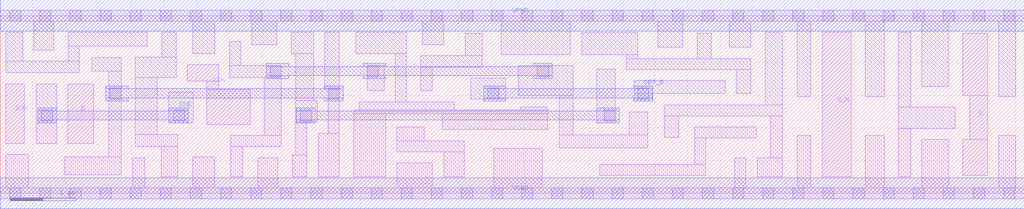
<source format=lef>
# Copyright 2020 The SkyWater PDK Authors
#
# Licensed under the Apache License, Version 2.0 (the "License");
# you may not use this file except in compliance with the License.
# You may obtain a copy of the License at
#
#     https://www.apache.org/licenses/LICENSE-2.0
#
# Unless required by applicable law or agreed to in writing, software
# distributed under the License is distributed on an "AS IS" BASIS,
# WITHOUT WARRANTIES OR CONDITIONS OF ANY KIND, either express or implied.
# See the License for the specific language governing permissions and
# limitations under the License.
#
# SPDX-License-Identifier: Apache-2.0

VERSION 5.7 ;
  NAMESCASESENSITIVE ON ;
  NOWIREEXTENSIONATPIN ON ;
  DIVIDERCHAR "/" ;
  BUSBITCHARS "[]" ;
UNITS
  DATABASE MICRONS 200 ;
END UNITS
PROPERTYDEFINITIONS
  MACRO maskLayoutSubType STRING ;
  MACRO prCellType STRING ;
  MACRO originalViewName STRING ;
END PROPERTYDEFINITIONS
MACRO sky130_fd_sc_hdll__sdfsbp_2
  CLASS CORE ;
  FOREIGN sky130_fd_sc_hdll__sdfsbp_2 ;
  ORIGIN  0.000000  0.000000 ;
  SIZE  15.64000 BY  2.720000 ;
  SYMMETRY X Y R90 ;
  SITE unithd ;
  PIN CLK
    ANTENNAGATEAREA  0.178200 ;
    DIRECTION INPUT ;
    USE SIGNAL ;
    PORT
      LAYER li1 ;
        RECT 2.855000 1.720000 3.335000 1.970000 ;
        RECT 3.155000 1.055000 3.815000 1.590000 ;
        RECT 3.155000 1.590000 3.335000 1.720000 ;
    END
  END CLK
  PIN D
    ANTENNAGATEAREA  0.178200 ;
    DIRECTION INPUT ;
    USE SIGNAL ;
    PORT
      LAYER li1 ;
        RECT 1.030000 0.765000 1.425000 1.675000 ;
    END
  END D
  PIN Q
    ANTENNADIFFAREA  0.498000 ;
    DIRECTION OUTPUT ;
    USE SIGNAL ;
    PORT
      LAYER li1 ;
        RECT 14.700000 0.275000 15.080000 0.825000 ;
        RECT 14.700000 1.495000 15.080000 2.450000 ;
        RECT 14.805000 0.825000 15.080000 1.495000 ;
    END
  END Q
  PIN Q_N
    ANTENNADIFFAREA  0.498000 ;
    DIRECTION OUTPUT ;
    USE SIGNAL ;
    PORT
      LAYER li1 ;
        RECT 12.555000 0.255000 13.000000 2.465000 ;
    END
  END Q_N
  PIN SCD
    ANTENNAGATEAREA  0.178200 ;
    DIRECTION INPUT ;
    USE SIGNAL ;
    PORT
      LAYER li1 ;
        RECT 0.085000 0.765000 0.365000 1.675000 ;
    END
  END SCD
  PIN SCE
    ANTENNAGATEAREA  0.356400 ;
    DIRECTION INPUT ;
    USE SIGNAL ;
    PORT
      LAYER met1 ;
        RECT 0.570000 1.075000 0.860000 1.120000 ;
        RECT 0.570000 1.120000 2.875000 1.260000 ;
        RECT 0.570000 1.260000 0.860000 1.305000 ;
        RECT 2.585000 1.075000 2.875000 1.120000 ;
        RECT 2.585000 1.260000 2.875000 1.305000 ;
    END
  END SCE
  PIN SET_B
    ANTENNAGATEAREA  0.277200 ;
    DIRECTION INPUT ;
    USE SIGNAL ;
    PORT
      LAYER met1 ;
        RECT 7.385000 1.415000 7.725000 1.460000 ;
        RECT 7.385000 1.460000 9.965000 1.600000 ;
        RECT 7.385000 1.600000 7.725000 1.645000 ;
        RECT 9.675000 1.415000 9.965000 1.460000 ;
        RECT 9.675000 1.600000 9.965000 1.645000 ;
    END
  END SET_B
  PIN VGND
    DIRECTION INOUT ;
    USE GROUND ;
    PORT
      LAYER met1 ;
        RECT 0.000000 -0.240000 15.640000 0.240000 ;
    END
  END VGND
  PIN VPWR
    DIRECTION INOUT ;
    USE POWER ;
    PORT
      LAYER met1 ;
        RECT 0.000000 2.480000 15.640000 2.960000 ;
    END
  END VPWR
  OBS
    LAYER li1 ;
      RECT  0.000000 -0.085000 15.640000 0.085000 ;
      RECT  0.000000  2.635000 15.640000 2.805000 ;
      RECT  0.085000  0.085000  0.430000 0.595000 ;
      RECT  0.085000  1.845000  1.205000 2.025000 ;
      RECT  0.085000  2.025000  0.345000 2.465000 ;
      RECT  0.515000  2.195000  0.815000 2.635000 ;
      RECT  0.550000  0.765000  0.860000 1.675000 ;
      RECT  0.975000  0.280000  1.845000 0.560000 ;
      RECT  1.035000  2.025000  1.205000 2.255000 ;
      RECT  1.035000  2.255000  2.245000 2.465000 ;
      RECT  1.395000  1.870000  1.845000 2.075000 ;
      RECT  1.655000  0.560000  1.845000 1.870000 ;
      RECT  2.025000  0.085000  2.205000 0.545000 ;
      RECT  2.065000  0.715000  2.715000 0.905000 ;
      RECT  2.065000  0.905000  2.400000 1.770000 ;
      RECT  2.065000  1.770000  2.685000 2.085000 ;
      RECT  2.460000  0.255000  2.715000 0.715000 ;
      RECT  2.470000  2.085000  2.685000 2.465000 ;
      RECT  2.570000  1.075000  2.950000 1.550000 ;
      RECT  2.940000  0.085000  3.280000 0.555000 ;
      RECT  2.940000  2.140000  3.280000 2.635000 ;
      RECT  3.505000  1.775000  4.295000 1.955000 ;
      RECT  3.505000  1.955000  3.675000 2.325000 ;
      RECT  3.520000  0.255000  3.705000 0.715000 ;
      RECT  3.520000  0.715000  4.295000 0.885000 ;
      RECT  3.845000  2.275000  4.225000 2.635000 ;
      RECT  3.930000  0.085000  4.240000 0.545000 ;
      RECT  4.035000  0.885000  4.295000 1.775000 ;
      RECT  4.445000  2.135000  4.790000 2.465000 ;
      RECT  4.460000  0.255000  4.685000 0.585000 ;
      RECT  4.515000  0.585000  4.685000 1.090000 ;
      RECT  4.515000  1.090000  4.840000 1.420000 ;
      RECT  4.515000  1.420000  4.790000 2.135000 ;
      RECT  4.855000  0.255000  5.180000 0.920000 ;
      RECT  4.960000  1.590000  5.180000 2.465000 ;
      RECT  5.010000  0.920000  5.180000 1.590000 ;
      RECT  5.400000  0.255000  5.890000 1.225000 ;
      RECT  5.400000  1.225000  8.360000 1.275000 ;
      RECT  5.430000  2.135000  6.205000 2.465000 ;
      RECT  5.485000  1.275000  6.935000 1.395000 ;
      RECT  5.605000  1.575000  5.865000 1.955000 ;
      RECT  6.035000  1.395000  6.205000 2.135000 ;
      RECT  6.060000  0.085000  6.595000 0.465000 ;
      RECT  6.060000  0.635000  7.085000 0.805000 ;
      RECT  6.060000  0.805000  6.475000 1.015000 ;
      RECT  6.425000  1.575000  6.595000 1.935000 ;
      RECT  6.425000  1.935000  7.365000 2.105000 ;
      RECT  6.445000  2.275000  6.775000 2.635000 ;
      RECT  6.750000  0.975000  8.360000 1.225000 ;
      RECT  6.775000  0.255000  7.085000 0.635000 ;
      RECT  7.100000  2.105000  7.365000 2.450000 ;
      RECT  7.190000  1.445000  7.725000 1.765000 ;
      RECT  7.540000  0.085000  8.275000 0.690000 ;
      RECT  7.655000  2.125000  8.710000 2.635000 ;
      RECT  7.910000  1.495000  8.755000 1.955000 ;
      RECT  7.950000  1.275000  8.360000 1.325000 ;
      RECT  8.535000  0.695000  9.890000 0.895000 ;
      RECT  8.535000  0.895000  8.755000 1.495000 ;
      RECT  8.880000  2.125000  9.735000 2.460000 ;
      RECT  9.115000  1.075000  9.395000 1.905000 ;
      RECT  9.160000  0.275000 10.775000 0.445000 ;
      RECT  9.565000  1.895000 11.465000 2.065000 ;
      RECT  9.565000  2.065000  9.735000 2.125000 ;
      RECT  9.610000  0.895000  9.890000 1.245000 ;
      RECT  9.685000  1.415000  9.960000 1.525000 ;
      RECT  9.685000  1.525000 11.075000 1.725000 ;
      RECT 10.045000  2.235000 10.425000 2.635000 ;
      RECT 10.140000  0.855000 10.365000 1.185000 ;
      RECT 10.140000  1.185000 11.945000 1.355000 ;
      RECT 10.605000  0.445000 10.775000 0.845000 ;
      RECT 10.605000  0.845000 11.545000 1.015000 ;
      RECT 10.645000  2.065000 10.860000 2.450000 ;
      RECT 11.135000  2.235000 11.465000 2.635000 ;
      RECT 11.220000  0.085000 11.390000 0.545000 ;
      RECT 11.245000  1.525000 11.465000 1.895000 ;
      RECT 11.560000  0.255000 11.945000 0.540000 ;
      RECT 11.685000  1.355000 11.945000 2.465000 ;
      RECT 11.765000  0.540000 11.945000 1.185000 ;
      RECT 12.170000  0.085000 12.380000 0.885000 ;
      RECT 12.170000  1.485000 12.380000 2.635000 ;
      RECT 13.215000  0.085000 13.505000 0.885000 ;
      RECT 13.215000  1.485000 13.505000 2.635000 ;
      RECT 13.720000  0.255000 13.905000 0.995000 ;
      RECT 13.720000  0.995000 14.585000 1.325000 ;
      RECT 13.720000  1.325000 13.905000 2.465000 ;
      RECT 14.075000  0.085000 14.480000 0.825000 ;
      RECT 14.075000  1.635000 14.480000 2.635000 ;
      RECT 15.250000  0.085000 15.515000 0.885000 ;
      RECT 15.250000  1.485000 15.515000 2.635000 ;
    LAYER mcon ;
      RECT  0.145000 -0.085000  0.315000 0.085000 ;
      RECT  0.145000  2.635000  0.315000 2.805000 ;
      RECT  0.605000 -0.085000  0.775000 0.085000 ;
      RECT  0.605000  2.635000  0.775000 2.805000 ;
      RECT  0.630000  1.105000  0.800000 1.275000 ;
      RECT  1.065000 -0.085000  1.235000 0.085000 ;
      RECT  1.065000  2.635000  1.235000 2.805000 ;
      RECT  1.525000 -0.085000  1.695000 0.085000 ;
      RECT  1.525000  2.635000  1.695000 2.805000 ;
      RECT  1.675000  1.445000  1.845000 1.615000 ;
      RECT  1.985000 -0.085000  2.155000 0.085000 ;
      RECT  1.985000  2.635000  2.155000 2.805000 ;
      RECT  2.445000 -0.085000  2.615000 0.085000 ;
      RECT  2.445000  2.635000  2.615000 2.805000 ;
      RECT  2.645000  1.105000  2.815000 1.275000 ;
      RECT  2.905000 -0.085000  3.075000 0.085000 ;
      RECT  2.905000  2.635000  3.075000 2.805000 ;
      RECT  3.365000 -0.085000  3.535000 0.085000 ;
      RECT  3.365000  2.635000  3.535000 2.805000 ;
      RECT  3.825000 -0.085000  3.995000 0.085000 ;
      RECT  3.825000  2.635000  3.995000 2.805000 ;
      RECT  4.125000  1.785000  4.295000 1.955000 ;
      RECT  4.285000 -0.085000  4.455000 0.085000 ;
      RECT  4.285000  2.635000  4.455000 2.805000 ;
      RECT  4.585000  1.105000  4.755000 1.275000 ;
      RECT  4.745000 -0.085000  4.915000 0.085000 ;
      RECT  4.745000  2.635000  4.915000 2.805000 ;
      RECT  5.010000  1.445000  5.180000 1.615000 ;
      RECT  5.205000 -0.085000  5.375000 0.085000 ;
      RECT  5.205000  2.635000  5.375000 2.805000 ;
      RECT  5.605000  1.785000  5.775000 1.955000 ;
      RECT  5.665000 -0.085000  5.835000 0.085000 ;
      RECT  5.665000  2.635000  5.835000 2.805000 ;
      RECT  6.125000 -0.085000  6.295000 0.085000 ;
      RECT  6.125000  2.635000  6.295000 2.805000 ;
      RECT  6.585000 -0.085000  6.755000 0.085000 ;
      RECT  6.585000  2.635000  6.755000 2.805000 ;
      RECT  7.045000 -0.085000  7.215000 0.085000 ;
      RECT  7.045000  2.635000  7.215000 2.805000 ;
      RECT  7.445000  1.445000  7.615000 1.615000 ;
      RECT  7.505000 -0.085000  7.675000 0.085000 ;
      RECT  7.505000  2.635000  7.675000 2.805000 ;
      RECT  7.965000 -0.085000  8.135000 0.085000 ;
      RECT  7.965000  2.635000  8.135000 2.805000 ;
      RECT  8.205000  1.785000  8.375000 1.955000 ;
      RECT  8.425000 -0.085000  8.595000 0.085000 ;
      RECT  8.425000  2.635000  8.595000 2.805000 ;
      RECT  8.885000 -0.085000  9.055000 0.085000 ;
      RECT  8.885000  2.635000  9.055000 2.805000 ;
      RECT  9.225000  1.105000  9.395000 1.275000 ;
      RECT  9.345000 -0.085000  9.515000 0.085000 ;
      RECT  9.345000  2.635000  9.515000 2.805000 ;
      RECT  9.735000  1.445000  9.905000 1.615000 ;
      RECT  9.805000 -0.085000  9.975000 0.085000 ;
      RECT  9.805000  2.635000  9.975000 2.805000 ;
      RECT 10.265000 -0.085000 10.435000 0.085000 ;
      RECT 10.265000  2.635000 10.435000 2.805000 ;
      RECT 10.725000 -0.085000 10.895000 0.085000 ;
      RECT 10.725000  2.635000 10.895000 2.805000 ;
      RECT 11.185000 -0.085000 11.355000 0.085000 ;
      RECT 11.185000  2.635000 11.355000 2.805000 ;
      RECT 11.645000 -0.085000 11.815000 0.085000 ;
      RECT 11.645000  2.635000 11.815000 2.805000 ;
      RECT 12.105000 -0.085000 12.275000 0.085000 ;
      RECT 12.105000  2.635000 12.275000 2.805000 ;
      RECT 12.565000 -0.085000 12.735000 0.085000 ;
      RECT 12.565000  2.635000 12.735000 2.805000 ;
      RECT 13.025000 -0.085000 13.195000 0.085000 ;
      RECT 13.025000  2.635000 13.195000 2.805000 ;
      RECT 13.485000 -0.085000 13.655000 0.085000 ;
      RECT 13.485000  2.635000 13.655000 2.805000 ;
      RECT 13.945000 -0.085000 14.115000 0.085000 ;
      RECT 13.945000  2.635000 14.115000 2.805000 ;
      RECT 14.405000 -0.085000 14.575000 0.085000 ;
      RECT 14.405000  2.635000 14.575000 2.805000 ;
      RECT 14.865000 -0.085000 15.035000 0.085000 ;
      RECT 14.865000  2.635000 15.035000 2.805000 ;
      RECT 15.325000 -0.085000 15.495000 0.085000 ;
      RECT 15.325000  2.635000 15.495000 2.805000 ;
    LAYER met1 ;
      RECT 1.615000 1.415000 1.955000 1.460000 ;
      RECT 1.615000 1.460000 5.240000 1.600000 ;
      RECT 1.615000 1.600000 1.955000 1.645000 ;
      RECT 4.065000 1.755000 4.405000 1.800000 ;
      RECT 4.065000 1.800000 8.435000 1.940000 ;
      RECT 4.065000 1.940000 4.405000 1.985000 ;
      RECT 4.525000 1.075000 4.815000 1.120000 ;
      RECT 4.525000 1.120000 9.455000 1.260000 ;
      RECT 4.525000 1.260000 4.815000 1.305000 ;
      RECT 4.950000 1.415000 5.240000 1.460000 ;
      RECT 4.950000 1.600000 5.240000 1.645000 ;
      RECT 5.545000 1.755000 5.885000 1.800000 ;
      RECT 5.545000 1.940000 5.885000 1.985000 ;
      RECT 8.145000 1.755000 8.435000 1.800000 ;
      RECT 8.145000 1.940000 8.435000 1.985000 ;
      RECT 9.115000 1.075000 9.455000 1.120000 ;
      RECT 9.115000 1.260000 9.455000 1.305000 ;
  END
  PROPERTY maskLayoutSubType "abstract" ;
  PROPERTY prCellType "standard" ;
  PROPERTY originalViewName "layout" ;
END sky130_fd_sc_hdll__sdfsbp_2
END LIBRARY

</source>
